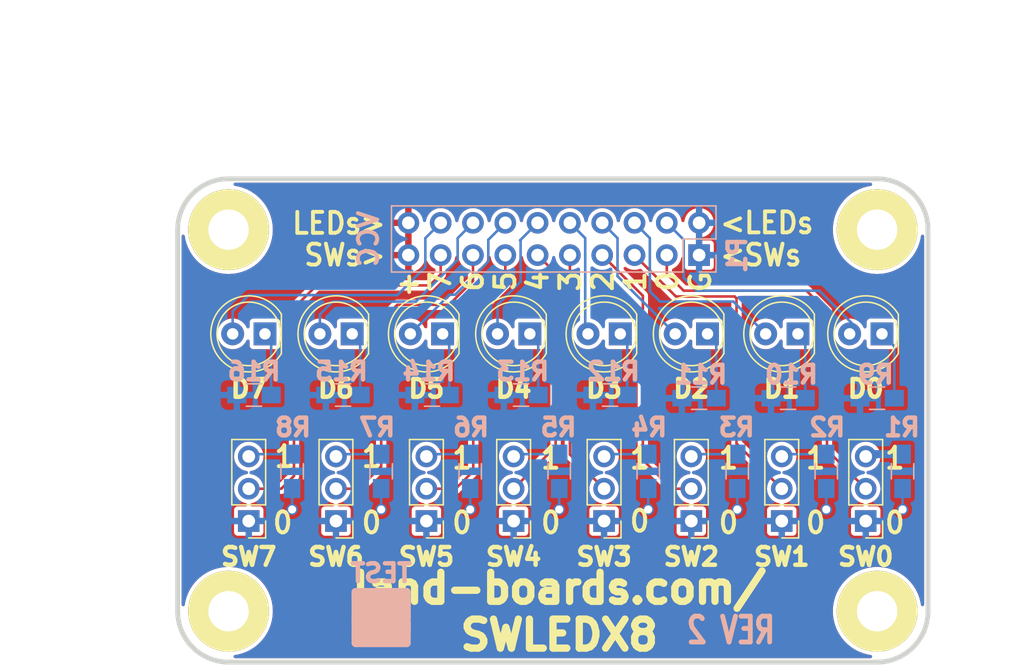
<source format=kicad_pcb>
(kicad_pcb (version 20211014) (generator pcbnew)
  (title_block (title "SWLEDX8") (date "2017-05-28") (rev "X1") (company "Land Boards, LLC"))
  (layers (0 "F.Cu" signal "Front") (31 "B.Cu" signal "Back") (36 "B.SilkS" user "B.Silkscreen") (37 "F.SilkS" user "F.Silkscreen") (38 "B.Mask" user) (39 "F.Mask" user) (44 "Edge.Cuts" user))
  (net 0 "")
  (net 1 "GND")
  (net 2 "VCC")
  (net 3 "Net-(R5-Pad1)")
  (net 4 "Net-(R6-Pad1)")
  (net 5 "Net-(R7-Pad1)")
  (net 6 "Net-(R8-Pad1)")
  (net 7 "Net-(D1-Pad1)")
  (net 8 "Net-(D2-Pad1)")
  (net 9 "Net-(D3-Pad1)")
  (net 10 "Net-(D4-Pad1)")
  (net 11 "Net-(D5-Pad1)")
  (net 12 "Net-(D6-Pad1)")
  (net 13 "Net-(D7-Pad1)")
  (net 14 "/L0")
  (net 15 "/L1")
  (net 16 "/L2")
  (net 17 "/L3")
  (net 18 "/L4")
  (net 19 "/L5")
  (net 20 "/L6")
  (net 21 "/L7")
  (net 22 "/S0")
  (net 23 "/S1")
  (net 24 "/S2")
  (net 25 "/S3")
  (net 26 "/S4")
  (net 27 "/S5")
  (net 28 "/S6")
  (net 29 "/S7")
  (net 30 "Net-(R1-Pad1)")
  (net 31 "Net-(R2-Pad1)")
  (net 32 "Net-(R3-Pad1)")
  (net 33 "Net-(R4-Pad1)")
  (net 34 "Net-(D0-Pad1)")
  (footprint "LED_THT:LED_D5.0mm" (layer "F.Cu") (at 55.377 12.192 180)
    (fp_text reference "D0" (at 1.275 -4.318 180) (layer "F.SilkS") (effects (font (size 1.397 1.397) (thickness 0.34925))))
    (fp_text value "LED-fixed")
    (fp_line (start -1.29 -1.545) (end -1.29 1.545) (layer "F.SilkS") (width 0.12))
    (fp_arc (start -1.29 -1.54483) (mid 2.072002 -2.880433) (end 4.26 0.000462) (layer "F.SilkS") (width 0.12))
    (fp_arc (start 4.26 -0.000462) (mid 2.072002 2.880433) (end -1.29 1.54483) (layer "F.SilkS") (width 0.12))
    (fp_circle (center 1.27 0) (end 3.77 0) (layer "F.SilkS") (width 0.12) (fill none))
    (pad "1" thru_hole rect (at 0 0 180) (size 1.8 1.8) (drill 0.9) (layers *.Cu *.Mask) (net 34 "Net-(D0-Pad1)"))
    (pad "2" thru_hole circle (at 2.54 0 180) (size 1.8 1.8) (drill 0.9) (layers *.Cu *.Mask) (net 14 "/L0"))
  )
  (footprint "LED_THT:LED_D5.0mm" (layer "F.Cu") (at 48.773 12.192 180)
    (fp_text reference "D1" (at 1.275 -4.318 180) (layer "F.SilkS") (effects (font (size 1.397 1.397) (thickness 0.34925))))
    (fp_text value "LED-fixed")
    (fp_line (start -1.29 -1.545) (end -1.29 1.545) (layer "F.SilkS") (width 0.12))
    (fp_arc (start 4.26 -0.000462) (mid 2.072002 2.880433) (end -1.29 1.54483) (layer "F.SilkS") (width 0.12))
    (fp_arc (start -1.29 -1.54483) (mid 2.072002 -2.880433) (end 4.26 0.000462) (layer "F.SilkS") (width 0.12))
    (fp_circle (center 1.27 0) (end 3.77 0) (layer "F.SilkS") (width 0.12) (fill none))
    (pad "1" thru_hole rect (at 0 0 180) (size 1.8 1.8) (drill 0.9) (layers *.Cu *.Mask) (net 7 "Net-(D1-Pad1)"))
    (pad "2" thru_hole circle (at 2.54 0 180) (size 1.8 1.8) (drill 0.9) (layers *.Cu *.Mask) (net 15 "/L1"))
  )
  (footprint "LED_THT:LED_D5.0mm" (layer "F.Cu") (at 41.661 12.192 180)
    (fp_text reference "D2" (at 1.275 -4.318 180) (layer "F.SilkS") (effects (font (size 1.397 1.397) (thickness 0.34925))))
    (fp_text value "LED-fixed")
    (fp_line (start -1.29 -1.545) (end -1.29 1.545) (layer "F.SilkS") (width 0.12))
    (fp_arc (start 4.26 -0.000462) (mid 2.072002 2.880433) (end -1.29 1.54483) (layer "F.SilkS") (width 0.12))
    (fp_arc (start -1.29 -1.54483) (mid 2.072002 -2.880433) (end 4.26 0.000462) (layer "F.SilkS") (width 0.12))
    (fp_circle (center 1.27 0) (end 3.77 0) (layer "F.SilkS") (width 0.12) (fill none))
    (pad "1" thru_hole rect (at 0 0 180) (size 1.8 1.8) (drill 0.9) (layers *.Cu *.Mask) (net 8 "Net-(D2-Pad1)"))
    (pad "2" thru_hole circle (at 2.54 0 180) (size 1.8 1.8) (drill 0.9) (layers *.Cu *.Mask) (net 16 "/L2"))
  )
  (footprint "LED_THT:LED_D5.0mm" (layer "F.Cu") (at 34.803 12.192 180)
    (fp_text reference "D3" (at 1.275 -4.318 180) (layer "F.SilkS") (effects (font (size 1.397 1.397) (thickness 0.34925))))
    (fp_text value "LED-fixed")
    (fp_line (start -1.29 -1.545) (end -1.29 1.545) (layer "F.SilkS") (width 0.12))
    (fp_arc (start -1.29 -1.54483) (mid 2.072002 -2.880433) (end 4.26 0.000462) (layer "F.SilkS") (width 0.12))
    (fp_arc (start 4.26 -0.000462) (mid 2.072002 2.880433) (end -1.29 1.54483) (layer "F.SilkS") (width 0.12))
    (fp_circle (center 1.27 0) (end 3.77 0) (layer "F.SilkS") (width 0.12) (fill none))
    (pad "1" thru_hole rect (at 0 0 180) (size 1.8 1.8) (drill 0.9) (layers *.Cu *.Mask) (net 9 "Net-(D3-Pad1)"))
    (pad "2" thru_hole circle (at 2.54 0 180) (size 1.8 1.8) (drill 0.9) (layers *.Cu *.Mask) (net 17 "/L3"))
  )
  (footprint "LED_THT:LED_D5.0mm" (layer "F.Cu") (at 27.691 12.192 180)
    (fp_text reference "D4" (at 1.275 -4.318 180) (layer "F.SilkS") (effects (font (size 1.397 1.397) (thickness 0.34925))))
    (fp_text value "LED-fixed")
    (fp_line (start -1.29 -1.545) (end -1.29 1.545) (layer "F.SilkS") (width 0.12))
    (fp_arc (start 4.26 -0.000462) (mid 2.072002 2.880433) (end -1.29 1.54483) (layer "F.SilkS") (width 0.12))
    (fp_arc (start -1.29 -1.54483) (mid 2.072002 -2.880433) (end 4.26 0.000462) (layer "F.SilkS") (width 0.12))
    (fp_circle (center 1.27 0) (end 3.77 0) (layer "F.SilkS") (width 0.12) (fill none))
    (pad "1" thru_hole rect (at 0 0 180) (size 1.8 1.8) (drill 0.9) (layers *.Cu *.Mask) (net 10 "Net-(D4-Pad1)"))
    (pad "2" thru_hole circle (at 2.54 0 180) (size 1.8 1.8) (drill 0.9) (layers *.Cu *.Mask) (net 18 "/L4"))
  )
  (footprint "LED_THT:LED_D5.0mm" (layer "F.Cu") (at 20.833 12.192 180)
    (fp_text reference "D5" (at 1.275 -4.318 180) (layer "F.SilkS") (effects (font (size 1.397 1.397) (thickness 0.34925))))
    (fp_text value "LED-fixed")
    (fp_line (start -1.29 -1.545) (end -1.29 1.545) (layer "F.SilkS") (width 0.12))
    (fp_arc (start 4.26 -0.000462) (mid 2.072002 2.880433) (end -1.29 1.54483) (layer "F.SilkS") (width 0.12))
    (fp_arc (start -1.29 -1.54483) (mid 2.072002 -2.880433) (end 4.26 0.000462) (layer "F.SilkS") (width 0.12))
    (fp_circle (center 1.27 0) (end 3.77 0) (layer "F.SilkS") (width 0.12) (fill none))
    (pad "1" thru_hole rect (at 0 0 180) (size 1.8 1.8) (drill 0.9) (layers *.Cu *.Mask) (net 11 "Net-(D5-Pad1)"))
    (pad "2" thru_hole circle (at 2.54 0 180) (size 1.8 1.8) (drill 0.9) (layers *.Cu *.Mask) (net 19 "/L5"))
  )
  (footprint "LED_THT:LED_D5.0mm" (layer "F.Cu") (at 13.721 12.192 180)
    (fp_text reference "D6" (at 1.275 -4.318 180) (layer "F.SilkS") (effects (font (size 1.397 1.397) (thickness 0.34925))))
    (fp_text value "LED-fixed")
    (fp_line (start -1.29 -1.545) (end -1.29 1.545) (layer "F.SilkS") (width 0.12))
    (fp_arc (start -1.29 -1.54483) (mid 2.072002 -2.880433) (end 4.26 0.000462) (layer "F.SilkS") (width 0.12))
    (fp_arc (start 4.26 -0.000462) (mid 2.072002 2.880433) (end -1.29 1.54483) (layer "F.SilkS") (width 0.12))
    (fp_circle (center 1.27 0) (end 3.77 0) (layer "F.SilkS") (width 0.12) (fill none))
    (pad "1" thru_hole rect (at 0 0 180) (size 1.8 1.8) (drill 0.9) (layers *.Cu *.Mask) (net 12 "Net-(D6-Pad1)"))
    (pad "2" thru_hole circle (at 2.54 0 180) (size 1.8 1.8) (drill 0.9) (layers *.Cu *.Mask) (net 20 "/L6"))
  )
  (footprint "LandBoards_MountHoles:MTG-4-40" (layer "F.Cu") (at 55 34)
    (fp_text reference "MTG?1" hide)
    (fp_text value "MTG_HOLE" hide)
    (pad "1" thru_hole circle locked (at 0 0) (size 6.35 6.35) (drill 3.175) (layers *.Cu *.Mask "F.SilkS"))
  )
  (footprint "LandBoards_MountHoles:MTG-4-40" (layer "F.Cu") (at 55 4)
    (fp_text reference "MTG1" hide)
    (fp_text value "MTG_HOLE" hide)
    (pad "1" thru_hole circle locked (at 0 0) (size 6.35 6.35) (drill 3.175) (layers *.Cu *.Mask "F.SilkS"))
  )
  (footprint "LandBoards_MountHoles:MTG-4-40" (layer "F.Cu") (at 4 4)
    (fp_text reference "MTG2" hide)
    (fp_text value "MTG_HOLE" hide)
    (pad "1" thru_hole circle locked (at 0 0) (size 6.35 6.35) (drill 3.175) (layers *.Cu *.Mask "F.SilkS"))
  )
  (footprint "LandBoards_MountHoles:MTG-4-40" (layer "F.Cu") (at 4 34)
    (fp_text reference "MTG3" hide)
    (fp_text value "MTG_HOLE" hide)
    (pad "1" thru_hole circle locked (at 0 0) (size 6.35 6.35) (drill 3.175) (layers *.Cu *.Mask "F.SilkS"))
  )
  (footprint "Connector_PinHeader_2.54mm:PinHeader_1x03_P2.54mm_Vertical" (layer "F.Cu") (at 54.102 26.909 180)
    (fp_text reference "SW0" (at 0 -2.809 180) (layer "F.SilkS") (effects (font (size 1.397 1.397) (thickness 0.34925))))
    (fp_text value "SS12D00")
    (fp_line (start -1.33 6.41) (end 1.33 6.41) (layer "F.SilkS") (width 0.12))
    (fp_line (start -1.33 1.27) (end 1.33 1.27) (layer "F.SilkS") (width 0.12))
    (fp_line (start -1.33 -1.33) (end 0 -1.33) (layer "F.SilkS") (width 0.12))
    (fp_line (start 1.33 1.27) (end 1.33 6.41) (layer "F.SilkS") (width 0.12))
    (fp_line (start -1.33 1.27) (end -1.33 6.41) (layer "F.SilkS") (width 0.12))
    (fp_line (start -1.33 0) (end -1.33 -1.33) (layer "F.SilkS") (width 0.12))
    (pad "1" thru_hole rect (at 0 0 180) (size 1.7 1.7) (drill 1) (layers *.Cu *.Mask) (net 1 "GND"))
    (pad "2" thru_hole oval (at 0 2.54 180) (size 1.7 1.7) (drill 1) (layers *.Cu *.Mask) (net 22 "/S0"))
    (pad "3" thru_hole oval (at 0 5.08 180) (size 1.7 1.7) (drill 1) (layers *.Cu *.Mask) (net 30 "Net-(R1-Pad1)"))
  )
  (footprint "Connector_PinHeader_2.54mm:PinHeader_1x03_P2.54mm_Vertical" (layer "F.Cu") (at 47.498 26.909 180)
    (fp_text reference "SW1" (at 0 -2.809 180) (layer "F.SilkS") (effects (font (size 1.397 1.397) (thickness 0.34925))))
    (fp_text value "SS12D00")
    (fp_line (start -1.33 1.27) (end -1.33 6.41) (layer "F.SilkS") (width 0.12))
    (fp_line (start -1.33 -1.33) (end 0 -1.33) (layer "F.SilkS") (width 0.12))
    (fp_line (start -1.33 1.27) (end 1.33 1.27) (layer "F.SilkS") (width 0.12))
    (fp_line (start -1.33 0) (end -1.33 -1.33) (layer "F.SilkS") (width 0.12))
    (fp_line (start -1.33 6.41) (end 1.33 6.41) (layer "F.SilkS") (width 0.12))
    (fp_line (start 1.33 1.27) (end 1.33 6.41) (layer "F.SilkS") (width 0.12))
    (pad "1" thru_hole rect (at 0 0 180) (size 1.7 1.7) (drill 1) (layers *.Cu *.Mask) (net 1 "GND"))
    (pad "2" thru_hole oval (at 0 2.54 180) (size 1.7 1.7) (drill 1) (layers *.Cu *.Mask) (net 23 "/S1"))
    (pad "3" thru_hole oval (at 0 5.08 180) (size 1.7 1.7) (drill 1) (layers *.Cu *.Mask) (net 31 "Net-(R2-Pad1)"))
  )
  (footprint "Connector_PinHeader_2.54mm:PinHeader_1x03_P2.54mm_Vertical" (layer "F.Cu") (at 40.386 26.909 180)
    (fp_text reference "SW2" (at 0 -2.809 180) (layer "F.SilkS") (effects (font (size 1.397 1.397) (thickness 0.34925))))
    (fp_text value "SS12D00")
    (fp_line (start -1.33 -1.33) (end 0 -1.33) (layer "F.SilkS") (width 0.12))
    (fp_line (start -1.33 1.27) (end 1.33 1.27) (layer "F.SilkS") (width 0.12))
    (fp_line (start 1.33 1.27) (end 1.33 6.41) (layer "F.SilkS") (width 0.12))
    (fp_line (start -1.33 6.41) (end 1.33 6.41) (layer "F.SilkS") (width 0.12))
    (fp_line (start -1.33 1.27) (end -1.33 6.41) (layer "F.SilkS") (width 0.12))
    (fp_line (start -1.33 0) (end -1.33 -1.33) (layer "F.SilkS") (width 0.12))
    (pad "1" thru_hole rect (at 0 0 180) (size 1.7 1.7) (drill 1) (layers *.Cu *.Mask) (net 1 "GND"))
    (pad "2" thru_hole oval (at 0 2.54 180) (size 1.7 1.7) (drill 1) (layers *.Cu *.Mask) (net 24 "/S2"))
    (pad "3" thru_hole oval (at 0 5.08 180) (size 1.7 1.7) (drill 1) (layers *.Cu *.Mask) (net 32 "Net-(R3-Pad1)"))
  )
  (footprint "Connector_PinHeader_2.54mm:PinHeader_1x03_P2.54mm_Vertical" (layer "F.Cu") (at 33.528 26.909 180)
    (fp_text reference "SW3" (at 0 -2.809 180) (layer "F.SilkS") (effects (font (size 1.397 1.397) (thickness 0.34925))))
    (fp_text value "SS12D00")
    (fp_line (start -1.33 1.27) (end -1.33 6.41) (layer "F.SilkS") (width 0.12))
    (fp_line (start 1.33 1.27) (end 1.33 6.41) (layer "F.SilkS") (width 0.12))
    (fp_line (start -1.33 -1.33) (end 0 -1.33) (layer "F.SilkS") (width 0.12))
    (fp_line (start -1.33 6.41) (end 1.33 6.41) (layer "F.SilkS") (width 0.12))
    (fp_line (start -1.33 0) (end -1.33 -1.33) (layer "F.SilkS") (width 0.12))
    (fp_line (start -1.33 1.27) (end 1.33 1.27) (layer "F.SilkS") (width 0.12))
    (pad "1" thru_hole rect (at 0 0 180) (size 1.7 1.7) (drill 1) (layers *.Cu *.Mask) (net 1 "GND"))
    (pad "2" thru_hole oval (at 0 2.54 180) (size 1.7 1.7) (drill 1) (layers *.Cu *.Mask) (net 25 "/S3"))
    (pad "3" thru_hole oval (at 0 5.08 180) (size 1.7 1.7) (drill 1) (layers *.Cu *.Mask) (net 33 "Net-(R4-Pad1)"))
  )
  (footprint "Connector_PinHeader_2.54mm:PinHeader_1x03_P2.54mm_Vertical" (layer "F.Cu") (at 26.416 26.909 180)
    (fp_text reference "SW4" (at 0 -2.809 180) (layer "F.SilkS") (effects (font (size 1.397 1.397) (thickness 0.34925))))
    (fp_text value "SS12D00")
    (fp_line (start -1.33 0) (end -1.33 -1.33) (layer "F.SilkS") (width 0.12))
    (fp_line (start -1.33 6.41) (end 1.33 6.41) (layer "F.SilkS") (width 0.12))
    (fp_line (start -1.33 -1.33) (end 0 -1.33) (layer "F.SilkS") (width 0.12))
    (fp_line (start -1.33 1.27) (end 1.33 1.27) (layer "F.SilkS") (width 0.12))
    (fp_line (start -1.33 1.27) (end -1.33 6.41) (layer "F.SilkS") (width 0.12))
    (fp_line (start 1.33 1.27) (end 1.33 6.41) (layer "F.SilkS") (width 0.12))
    (pad "1" thru_hole rect (at 0 0 180) (size 1.7 1.7) (drill 1) (layers *.Cu *.Mask) (net 1 "GND"))
    (pad "2" thru_hole oval (at 0 2.54 180) (size 1.7 1.7) (drill 1) (layers *.Cu *.Mask) (net 26 "/S4"))
    (pad "3" thru_hole oval (at 0 5.08 180) (size 1.7 1.7) (drill 1) (layers *.Cu *.Mask) (net 3 "Net-(R5-Pad1)"))
  )
  (footprint "Connector_PinHeader_2.54mm:PinHeader_1x03_P2.54mm_Vertical" (layer "F.Cu") (at 19.558 26.909 180)
    (fp_text reference "SW5" (at 0 -2.809 180) (layer "F.SilkS") (effects (font (size 1.397 1.397) (thickness 0.34925))))
    (fp_text value "SS12D00")
    (fp_line (start -1.33 -1.33) (end 0 -1.33) (layer "F.SilkS") (width 0.12))
    (fp_line (start -1.33 1.27) (end 1.33 1.27) (layer "F.SilkS") (width 0.12))
    (fp_line (start -1.33 6.41) (end 1.33 6.41) (layer "F.SilkS") (width 0.12))
    (fp_line (start -1.33 1.27) (end -1.33 6.41) (layer "F.SilkS") (width 0.12))
    (fp_line (start 1.33 1.27) (end 1.33 6.41) (layer "F.SilkS") (width 0.12))
    (fp_line (start -1.33 0) (end -1.33 -1.33) (layer "F.SilkS") (width 0.12))
    (pad "1" thru_hole rect (at 0 0 180) (size 1.7 1.7) (drill 1) (layers *.Cu *.Mask) (net 1 "GND"))
    (pad "2" thru_hole oval (at 0 2.54 180) (size 1.7 1.7) (drill 1) (layers *.Cu *.Mask) (net 27 "/S5"))
    (pad "3" thru_hole oval (at 0 5.08 180) (size 1.7 1.7) (drill 1) (layers *.Cu *.Mask) (net 4 "Net-(R6-Pad1)"))
  )
  (footprint "Connector_PinHeader_2.54mm:PinHeader_1x03_P2.54mm_Vertical" (layer "F.Cu") (at 12.446 26.909 180)
    (fp_text reference "SW6" (at 0 -2.809 180) (layer "F.SilkS") (effects (font (size 1.397 1.397) (thickness 0.34925))))
    (fp_text value "SS12D00")
    (fp_line (start -1.33 0) (end -1.33 -1.33) (layer "F.SilkS") (width 0.12))
    (fp_line (start -1.33 -1.33) (end 0 -1.33) (layer "F.SilkS") (width 0.12))
    (fp_line (start -1.33 1.27) (end 1.33 1.27) (layer "F.SilkS") (width 0.12))
    (fp_line (start 1.33 1.27) (end 1.33 6.41) (layer "F.SilkS") (width 0.12))
    (fp_line (start -1.33 6.41) (end 1.33 6.41) (layer "F.SilkS") (width 0.12))
    (fp_line (start -1.33 1.27) (end -1.33 6.41) (layer "F.SilkS") (width 0.12))
    (pad "1" thru_hole rect (at 0 0 180) (size 1.7 1.7) (drill 1) (layers *.Cu *.Mask) (net 1 "GND"))
    (pad "2" thru_hole oval (at 0 2.54 180) (size 1.7 1.7) (drill 1) (layers *.Cu *.Mask) (net 28 "/S6"))
    (pad "3" thru_hole oval (at 0 5.08 180) (size 1.7 1.7) (drill 1) (layers *.Cu *.Mask) (net 5 "Net-(R7-Pad1)"))
  )
  (footprint "Connector_PinHeader_2.54mm:PinHeader_1x03_P2.54mm_Vertical" (layer "F.Cu") (at 5.588 26.909 180)
    (fp_text reference "SW7" (at 0 -2.809) (layer "F.SilkS") (effects (font (size 1.397 1.397) (thickness 0.34925))))
    (fp_text value "SS12D00")
    (fp_line (start -1.33 0) (end -1.33 -1.33) (layer "F.SilkS") (width 0.12))
    (fp_line (start -1.33 1.27) (end -1.33 6.41) (layer "F.SilkS") (width 0.12))
    (fp_line (start -1.33 1.27) (end 1.33 1.27) (layer "F.SilkS") (width 0.12))
    (fp_line (start -1.33 6.41) (end 1.33 6.41) (layer "F.SilkS") (width 0.12))
    (fp_line (start -1.33 -1.33) (end 0 -1.33) (layer "F.SilkS") (width 0.12))
    (fp_line (start 1.33 1.27) (end 1.33 6.41) (layer "F.SilkS") (width 0.12))
    (pad "1" thru_hole rect (at 0 0 180) (size 1.7 1.7) (drill 1) (layers *.Cu *.Mask) (net 1 "GND"))
    (pad "2" thru_hole oval (at 0 2.54 180) (size 1.7 1.7) (drill 1) (layers *.Cu *.Mask) (net 29 "/S7"))
    (pad "3" thru_hole oval (at 0 5.08 180) (size 1.7 1.7) (drill 1) (layers *.Cu *.Mask) (net 6 "Net-(R8-Pad1)"))
  )
  (footprint "LandBoards_Marking:TEST_BLK-REAR" (layer "F.Cu") (at 16 34.5)
    (fp_text reference "TEST" (at 0 -3.5) (layer "B.SilkS") (effects (font (size 1.397 1.397) (thickness 0.34925)) (justify mirror)))
    (fp_text value "COUPON" hide)
    (fp_line (start 2 0) (end -2 0) (layer "B.SilkS") (width 0.65))
    (fp_line (start -2 -1) (end -2 -0.5) (layer "B.SilkS") (width 0.65))
    (fp_line (start 2 -1.5) (end 2 -1) (layer "B.SilkS") (width 0.65))
    (fp_line (start 2 -2) (end 2 2) (layer "B.SilkS") (width 0.65))
    (fp_line (start -2 1) (end -2 1.5) (layer "B.SilkS") (width 0.65))
    (fp_line (start 2 -1) (end -2 -1) (layer "B.SilkS") (width 0.65))
    (fp_line (start -2 0) (end -2 0.5) (layer "B.SilkS") (width 0.65))
    (fp_line (start 2 1) (end -2 1) (layer "B.SilkS") (width 0.65))
    (fp_line (start -2 -0.5) (end 2 -0.5) (layer "B.SilkS") (width 0.65))
    (fp_line (start -2 -2) (end -2 -1.5) (layer "B.SilkS") (width 0.65))
    (fp_line (start -2 0.5) (end 1.5 0.5) (layer "B.SilkS") (width 0.65))
    (fp_line (start -2 2) (end -2 -2) (layer "B.SilkS") (width 0.65))
    (fp_line (start 1.5 0.5) (end 2 0.5) (layer "B.SilkS") (width 0.65))
    (fp_line (start -2 -1.5) (end 2 -1.5) (layer "B.SilkS") (width 0.65))
    (fp_line (start 2 0.5) (end 2 1) (layer "B.SilkS") (width 0.65))
    (fp_line (start 2 -0.5) (end 2 0) (layer "B.SilkS") (width 0.65))
    (fp_line (start 2 2) (end -2 2) (layer "B.SilkS") (width 0.65))
    (fp_line (start -2 -2) (end 2 -2) (layer "B.SilkS") (width 0.65))
    (fp_line (start -2 1.5) (end 2 1.5) (layer "B.SilkS") (width 0.65))
  )
  (footprint "LED_THT:LED_D5.0mm" (layer "F.Cu") (at 6.863 12.192 180)
    (fp_text reference "D7" (at 1.275 -4.318) (layer "F.SilkS") (effects (font (size 1.397 1.397) (thickness 0.34925))))
    (fp_text value "LED-fixed")
    (fp_line (start -1.29 -1.545) (end -1.29 1.545) (layer "F.SilkS") (width 0.12))
    (fp_arc (start 4.26 -0.000462) (mid 2.072002 2.880433) (end -1.29 1.54483) (layer "F.SilkS") (width 0.12))
    (fp_arc (start -1.29 -1.54483) (mid 2.072002 -2.880433) (end 4.26 0.000462) (layer "F.SilkS") (width 0.12))
    (fp_circle (center 1.27 0) (end 3.77 0) (layer "F.SilkS") (width 0.12) (fill none))
    (pad "1" thru_hole rect (at 0 0 180) (size 1.8 1.8) (drill 0.9) (layers *.Cu *.Mask) (net 13 "Net-(D7-Pad1)"))
    (pad "2" thru_hole circle (at 2.54 0 180) (size 1.8 1.8) (drill 0.9) (layers *.Cu *.Mask) (net 21 "/L7"))
  )
  (footprint "Resistors_SMD:R_0805_HandSoldering" (layer "B.Cu") (at 57 23 -90)
    (fp_text reference "R1" (at -3.456 0.054) (layer "B.SilkS") (effects (font (size 1.397 1.397) (thickness 0.34925)) (justify mirror)))
    (fp_text value "R" hide)
    (fp_line (start -0.6 0.88) (end 0.6 0.88) (layer "B.SilkS") (width 0.12))
    (fp_line (start 0.6 -0.88) (end -0.6 -0.88) (layer "B.SilkS") (width 0.12))
    (pad "1" smd rect locked (at -1.35 0 270) (size 1.5 1.3) (layers "B.Cu" "B.Mask") (net 30 "Net-(R1-Pad1)"))
    (pad "2" smd rect locked (at 1.35 0 270) (size 1.5 1.3) (layers "B.Cu" "B.Mask") (net 2 "VCC"))
  )
  (footprint "Resistors_SMD:R_0805_HandSoldering" (layer "B.Cu") (at 51 23 -90)
    (fp_text reference "R2" (at -3.456 -0.072) (layer "B.SilkS") (effects (font (size 1.397 1.397) (thickness 0.34925)) (justify mirror)))
    (fp_text value "R" hide)
    (fp_line (start 0.6 -0.88) (end -0.6 -0.88) (layer "B.SilkS") (width 0.12))
    (fp_line (start -0.6 0.88) (end 0.6 0.88) (layer "B.SilkS") (width 0.12))
    (pad "1" smd rect locked (at -1.35 0 270) (size 1.5 1.3) (layers "B.Cu" "B.Mask") (net 31 "Net-(R2-Pad1)"))
    (pad "2" smd rect locked (at 1.35 0 270) (size 1.5 1.3) (layers "B.Cu" "B.Mask") (net 2 "VCC"))
  )
  (footprint "Resistors_SMD:R_0805_HandSoldering" (layer "B.Cu") (at 44 23 -90)
    (fp_text reference "R3" (at -3.456 0.056) (layer "B.SilkS") (effects (font (size 1.397 1.397) (thickness 0.34925)) (justify mirror)))
    (fp_text value "R" hide)
    (fp_line (start -0.6 0.88) (end 0.6 0.88) (layer "B.SilkS") (width 0.12))
    (fp_line (start 0.6 -0.88) (end -0.6 -0.88) (layer "B.SilkS") (width 0.12))
    (pad "1" smd rect locked (at -1.35 0 270) (size 1.5 1.3) (layers "B.Cu" "B.Mask") (net 32 "Net-(R3-Pad1)"))
    (pad "2" smd rect locked (at 1.35 0 270) (size 1.5 1.3) (layers "B.Cu" "B.Mask") (net 2 "VCC"))
  )
  (footprint "Resistors_SMD:R_0805_HandSoldering" (layer "B.Cu") (at 37 23 -90)
    (fp_text reference "R4" (at -3.456 -0.07) (layer "B.SilkS") (effects (font (size 1.397 1.397) (thickness 0.34925)) (justify mirror)))
    (fp_text value "R" hide)
    (fp_line (start 0.6 -0.88) (end -0.6 -0.88) (layer "B.SilkS") (width 0.12))
    (fp_line (start -0.6 0.88) (end 0.6 0.88) (layer "B.SilkS") (width 0.12))
    (pad "1" smd rect locked (at -1.35 0 270) (size 1.5 1.3) (layers "B.Cu" "B.Mask") (net 33 "Net-(R4-Pad1)"))
    (pad "2" smd rect locked (at 1.35 0 270) (size 1.5 1.3) (layers "B.Cu" "B.Mask") (net 2 "VCC"))
  )
  (footprint "Resistors_SMD:R_0805_HandSoldering" (layer "B.Cu") (at 30 23 -90)
    (fp_text reference "R5" (at -3.456 0.058) (layer "B.SilkS") (effects (font (size 1.397 1.397) (thickness 0.34925)) (justify mirror)))
    (fp_text value "R" hide)
    (fp_line (start -0.6 0.88) (end 0.6 0.88) (layer "B.SilkS") (width 0.12))
    (fp_line (start 0.6 -0.88) (end -0.6 -0.88) (layer "B.SilkS") (width 0.12))
    (pad "1" smd rect locked (at -1.35 0 270) (size 1.5 1.3) (layers "B.Cu" "B.Mask") (net 3 "Net-(R5-Pad1)"))
    (pad "2" smd rect locked (at 1.35 0 270) (size 1.5 1.3) (layers "B.Cu" "B.Mask") (net 2 "VCC"))
  )
  (footprint "Resistors_SMD:R_0805_HandSoldering" (layer "B.Cu") (at 23 23 -90)
    (fp_text reference "R6" (at -3.456 -0.068) (layer "B.SilkS") (effects (font (size 1.397 1.397) (thickness 0.34925)) (justify mirror)))
    (fp_text value "R" hide)
    (fp_line (start 0.6 -0.88) (end -0.6 -0.88) (layer "B.SilkS") (width 0.12))
    (fp_line (start -0.6 0.88) (end 0.6 0.88) (layer "B.SilkS") (width 0.12))
    (pad "1" smd rect locked (at -1.35 0 270) (size 1.5 1.3) (layers "B.Cu" "B.Mask") (net 4 "Net-(R6-Pad1)"))
    (pad "2" smd rect locked (at 1.35 0 270) (size 1.5 1.3) (layers "B.Cu" "B.Mask") (net 2 "VCC"))
  )
  (footprint "Resistors_SMD:R_0805_HandSoldering" (layer "B.Cu") (at 16 23 -90)
    (fp_text reference "R7" (at -3.456 0.314) (layer "B.SilkS") (effects (font (size 1.397 1.397) (thickness 0.34925)) (justify mirror)))
    (fp_text value "R" hide)
    (fp_line (start -0.6 0.88) (end 0.6 0.88) (layer "B.SilkS") (width 0.12))
    (fp_line (start 0.6 -0.88) (end -0.6 -0.88) (layer "B.SilkS") (width 0.12))
    (pad "1" smd rect locked (at -1.35 0 270) (size 1.5 1.3) (layers "B.Cu" "B.Mask") (net 5 "Net-(R7-Pad1)"))
    (pad "2" smd rect locked (at 1.35 0 270) (size 1.5 1.3) (layers "B.Cu" "B.Mask") (net 2 "VCC"))
  )
  (footprint "Resistors_SMD:R_0805_HandSoldering" (layer "B.Cu") (at 9 23 -90)
    (fp_text reference "R8" (at -3.456 -0.066) (layer "B.SilkS") (effects (font (size 1.397 1.397) (thickness 0.34925)) (justify mirror)))
    (fp_text value "R" hide)
    (fp_line (start 0.6 -0.88) (end -0.6 -0.88) (layer "B.SilkS") (width 0.12))
    (fp_line (start -0.6 0.88) (end 0.6 0.88) (layer "B.SilkS") (width 0.12))
    (pad "1" smd rect locked (at -1.35 0 270) (size 1.5 1.3) (layers "B.Cu" "B.Mask") (net 6 "Net-(R8-Pad1)"))
    (pad "2" smd rect locked (at 1.35 0 270) (size 1.5 1.3) (layers "B.Cu" "B.Mask") (net 2 "VCC"))
  )
  (footprint "Resistors_SMD:R_0805_HandSoldering" (layer "B.Cu") (at 55 17.25)
    (fp_text reference "R9" (at -0.118 -1.854) (layer "B.SilkS") (effects (font (size 1.397 1.397) (thickness 0.34925)) (justify mirror)))
    (fp_text value "R" hide)
    (fp_line (start 0.6 -0.88) (end -0.6 -0.88) (layer "B.SilkS") (width 0.12))
    (fp_line (start -0.6 0.88) (end 0.6 0.88) (layer "B.SilkS") (width 0.12))
    (pad "1" smd rect locked (at -1.35 0) (size 1.5 1.3) (layers "B.Cu" "B.Mask") (net 1 "GND"))
    (pad "2" smd rect locked (at 1.35 0) (size 1.5 1.3) (layers "B.Cu" "B.Mask") (net 34 "Net-(D0-Pad1)"))
  )
  (footprint "Resistors_SMD:R_0805_HandSoldering" (layer "B.Cu") (at 48 17.25)
    (fp_text reference "R10" (at 0.262 -1.854) (layer "B.SilkS") (effects (font (size 1.397 1.397) (thickness 0.34925)) (justify mirror)))
    (fp_text value "R" hide)
    (fp_line (start 0.6 -0.88) (end -0.6 -0.88) (layer "B.SilkS") (width 0.12))
    (fp_line (start -0.6 0.88) (end 0.6 0.88) (layer "B.SilkS") (width 0.12))
    (pad "1" smd rect locked (at -1.35 0) (size 1.5 1.3) (layers "B.Cu" "B.Mask") (net 1 "GND"))
    (pad "2" smd rect locked (at 1.35 0) (size 1.5 1.3) (layers "B.Cu" "B.Mask") (net 7 "Net-(D1-Pad1)"))
  )
  (footprint "Resistors_SMD:R_0805_HandSoldering" (layer "B.Cu") (at 41 17.25)
    (fp_text reference "R11" (at 0.134 -1.854) (layer "B.SilkS") (effects (font (size 1.397 1.397) (thickness 0.34925)) (justify mirror)))
    (fp_text value "R" hide)
    (fp_line (start -0.6 0.88) (end 0.6 0.88) (layer "B.SilkS") (width 0.12))
    (fp_line (start 0.6 -0.88) (end -0.6 -0.88) (layer "B.SilkS") (width 0.12))
    (pad "1" smd rect locked (at -1.35 0) (size 1.5 1.3) (layers "B.Cu" "B.Mask") (net 1 "GND"))
    (pad "2" smd rect locked (at 1.35 0) (size 1.5 1.3) (layers "B.Cu" "B.Mask") (net 8 "Net-(D2-Pad1)"))
  )
  (footprint "Resistors_SMD:R_0805_HandSoldering" (layer "B.Cu") (at 34 17)
    (fp_text reference "R12" (at 0.26 -1.854) (layer "B.SilkS") (effects (font (size 1.397 1.397) (thickness 0.34925)) (justify mirror)))
    (fp_text value "R" hide)
    (fp_line (start -0.6 0.88) (end 0.6 0.88) (layer "B.SilkS") (width 0.12))
    (fp_line (start 0.6 -0.88) (end -0.6 -0.88) (layer "B.SilkS") (width 0.12))
    (pad "1" smd rect locked (at -1.35 0) (size 1.5 1.3) (layers "B.Cu" "B.Mask") (net 1 "GND"))
    (pad "2" smd rect locked (at 1.35 0) (size 1.5 1.3) (layers "B.Cu" "B.Mask") (net 9 "Net-(D3-Pad1)"))
  )
  (footprint "Resistors_SMD:R_0805_HandSoldering" (layer "B.Cu") (at 27 17)
    (fp_text reference "R13" (at 0.132 -1.854) (layer "B.SilkS") (effects (font (size 1.397 1.397) (thickness 0.34925)) (justify mirror)))
    (fp_text value "R" hide)
    (fp_line (start -0.6 0.88) (end 0.6 0.88) (layer "B.SilkS") (width 0.12))
    (fp_line (start 0.6 -0.88) (end -0.6 -0.88) (layer "B.SilkS") (width 0.12))
    (pad "1" smd rect locked (at -1.35 0) (size 1.5 1.3) (layers "B.Cu" "B.Mask") (net 1 "GND"))
    (pad "2" smd rect locked (at 1.35 0) (size 1.5 1.3) (layers "B.Cu" "B.Mask") (net 10 "Net-(D4-Pad1)"))
  )
  (footprint "Resistors_SMD:R_0805_HandSoldering" (layer "B.Cu") (at 20 17)
    (fp_text reference "R14" (at -0.25 -1.854) (layer "B.SilkS") (effects (font (size 1.397 1.397) (thickness 0.34925)) (justify mirror)))
    (fp_text value "R" hide)
    (fp_line (start -0.6 0.88) (end 0.6 0.88) (layer "B.SilkS") (width 0.12))
    (fp_line (start 0.6 -0.88) (end -0.6 -0.88) (layer "B.SilkS") (width 0.12))
    (pad "1" smd rect locked (at -1.35 0) (size 1.5 1.3) (layers "B.Cu" "B.Mask") (net 1 "GND"))
    (pad "2" smd rect locked (at 1.35 0) (size 1.5 1.3) (layers "B.Cu" "B.Mask") (net 11 "Net-(D5-Pad1)"))
  )
  (footprint "Resistors_SMD:R_0805_HandSoldering" (layer "B.Cu") (at 13 17)
    (fp_text reference "R15" (at -0.124 -1.854) (layer "B.SilkS") (effects (font (size 1.397 1.397) (thickness 0.34925)) (justify mirror)))
    (fp_text value "R" hide)
    (fp_line (start -0.6 0.88) (end 0.6 0.88) (layer "B.SilkS") (width 0.12))
    (fp_line (start 0.6 -0.88) (end -0.6 -0.88) (layer "B.SilkS") (width 0.12))
    (pad "1" smd rect locked (at -1.35 0) (size 1.5 1.3) (layers "B.Cu" "B.Mask") (net 1 "GND"))
    (pad "2" smd rect locked (at 1.35 0) (size 1.5 1.3) (layers "B.Cu" "B.Mask") (net 12 "Net-(D6-Pad1)"))
  )
  (footprint "Resistors_SMD:R_0805_HandSoldering" (layer "B.Cu") (at 6 17)
    (fp_text reference "R16" (at 0.002 -1.854) (layer "B.SilkS") (effects (font (size 1.397 1.397) (thickness 0.34925)) (justify mirror)))
    (fp_text value "R" hide)
    (fp_line (start 0.6 -0.88) (end -0.6 -0.88) (layer "B.SilkS") (width 0.12))
    (fp_line (start -0.6 0.88) (end 0.6 0.88) (layer "B.SilkS") (width 0.12))
    (pad "1" smd rect locked (at -1.35 0) (size 1.5 1.3) (layers "B.Cu" "B.Mask") (net 1 "GND"))
    (pad "2" smd rect locked (at 1.35 0) (size 1.5 1.3) (layers "B.Cu" "B.Mask") (net 13 "Net-(D7-Pad1)"))
  )
  (footprint "Connector_PinHeader_2.54mm:PinHeader_2x10_P2.54mm_Vertical" (layer "B.Cu") (at 41 6 90)
    (fp_text reference "P1" (at 0 3 270) (layer "B.SilkS") (effects (font (size 1.397 1.397) (thickness 0.34925)) (justify mirror)))
    (fp_text value "CONN_02X10")
    (fp_line (start -1.33 1.33) (end 0 1.33) (layer "B.SilkS") (width 0.12))
    (fp_line (start -1.33 -1.27) (end 1.27 -1.27) (layer "B.SilkS") (width 0.12))
    (fp_line (start 1.27 1.33) (end 3.87 1.33) (layer "B.SilkS") (width 0.12))
    (fp_line (start -1.33 -24.19) (end 3.87 -24.19) (layer "B.SilkS") (width 0.12))
    (fp_line (start -1.33 -1.27) (end -1.33 -24.19) (layer "B.SilkS") (width 0.12))
    (fp_line (start 1.27 -1.27) (end 1.27 1.33) (layer "B.SilkS") (width 0.12))
    (fp_line (start -1.33 0) (end -1.33 1.33) (layer "B.SilkS") (width 0.12))
    (fp_line (start 3.87 1.33) (end 3.87 -24.19) (layer "B.SilkS") (width 0.12))
    (pad "1" thru_hole rect locked (at 0 0 90) (size 1.7 1.7) (drill 1) (layers *.Cu *.Mask) (net 1 "GND"))
    (pad "2" thru_hole oval locked (at 2.54 0 90) (size 1.7 1.7) (drill 1) (layers *.Cu *.Mask) (net 1 "GND"))
    (pad "3" thru_hole oval locked (at 0 -2.54 90) (size 1.7 1.7) (drill 1) (layers *.Cu *.Mask) (net 22 "/S0"))
    (pad "4" thru_hole oval locked (at 2.54 -2.54 90) (size 1.7 1.7) (drill 1) (layers *.Cu *.Mask) (net 14 "/L0"))
    (pad "5" thru_hole oval locked (at 0 -5.08 90) (size 1.7 1.7) (drill 1) (layers *.Cu *.Mask) (net 23 "/S1"))
    (pad "6" thru_hole oval locked (at 2.54 -5.08 90) (size 1.7 1.7) (drill 1) (layers *.Cu *.Mask) (net 15 "/L1"))
    (pad "7" thru_hole oval locked (at 0 -7.62 90) (size 1.7 1.7) (drill 1) (layers *.Cu *.Mask) (net 24 "/S2"))
    (pad "8" thru_hole oval locked (at 2.54 -7.62 90) (size 1.7 1.7) (drill 1) (layers *.Cu *.Mask) (net 16 "/L2"))
    (pad "9" thru_hole oval locked (at 0 -10.16 90) (size 1.7 1.7) (drill 1) (layers *.Cu *.Mask) (net 25 "/S3"))
    (pad "10" thru_hole oval locked (at 2.54 -10.16 90) (size 1.7 1.7) (drill 1) (layers *.Cu *.Mask) (net 17 "/L3"))
    (pad "11" thru_hole oval locked (at 0 -12.7 90) (size 1.7 1.7) (drill 1) (layers *.Cu *.Mask) (net 26 "/S4"))
    (pad "12" thru_hole oval locked (at 2.54 -12.7 90) (size 1.7 1.7) (drill 1) (layers *.Cu *.Mask) (net 18 "/L4"))
    (pad "13" thru_hole oval locked (at 0 -15.24 90) (size 1.7 1.7) (drill 1) (layers *.Cu *.Mask) (net 27 "/S5"))
    (pad "14" thru_hole oval locked (at 2.54 -15.24 90) (size 1.7 1.7) (drill 1) (layers *.Cu *.Mask) (net 19 "/L5"))
    (pad "15" thru_hole oval locked (at 0 -17.78 90) (size 1.7 1.7) (drill 1) (layers *.Cu *.Mask) (net 28 "/S6"))
    (pad "16" thru_hole oval locked (at 2.54 -17.78 90) (size 1.7 1.7) (drill 1) (layers *.Cu *.Mask) (net 20 "/L6"))
    (pad "17" thru_hole oval locked (at 0 -20.32 90) (size 1.7 1.7) (drill 1) (layers *.Cu *.Mask) (net 29 "/S7"))
    (pad "18" thru_hole oval locked (at 2.54 -20.32 90) (size 1.7 1.7) (drill 1) (layers *.Cu *.Mask) (net 21 "/L7"))
    (pad "19" thru_hole oval locked (at 0 -22.86 90) (size 1.7 1.7) (drill 1) (layers *.Cu *.Mask) (net 2 "VCC"))
    (pad "20" thru_hole oval locked (at 2.54 -22.86 90) (size 1.7 1.7) (drill 1) (layers *.Cu *.Mask) (net 2 "VCC"))
  )
  (gr_line (start 59 4) (end 59 34) (layer "Edge.Cuts") (width 0.381))
  (gr_arc (start 55 0) (mid 57.828427 1.171573) (end 59 4) (layer "Edge.Cuts") (width 0.381))
  (gr_line (start 55 0) (end 4 0) (layer "Edge.Cuts") (width 0.381))
  (gr_line (start 55 38) (end 4 38) (layer "Edge.Cuts") (width 0.381))
  (gr_line (start 0 4) (end 0 34) (layer "Edge.Cuts") (width 0.381))
  (gr_arc (start 0 4) (mid 1.171573 1.171573) (end 4 0) (layer "Edge.Cuts") (width 0.381))
  (gr_arc (start 59 34) (mid 57.828427 36.828427) (end 55 38) (layer "Edge.Cuts") (width 0.381))
  (gr_arc (start 4 38) (mid 1.171573 36.828427) (end 0 34) (layer "Edge.Cuts") (width 0.381))
  (gr_text "VCC" (at 15 4.732 90) (layer "B.SilkS") (effects (font (size 1.524 1.524) (thickness 0.3048)) (justify mirror)))
  (gr_text "REV 2" (at 43.5 35.5) (layer "B.SilkS") (effects (font (size 2.032 1.524) (thickness 0.381)) (justify mirror)))
  (gr_text "0" (at 56.388 27.051) (layer "F.SilkS") (effects (font (size 1.651 1.524) (thickness 0.3048))))
  (gr_text "1" (at 8.382 21.844) (layer "F.SilkS") (effects (font (size 1.651 1.524) (thickness 0.3048))))
  (gr_text "0" (at 22.352 27.051) (layer "F.SilkS") (effects (font (size 1.651 1.524) (thickness 0.3048))))
  (gr_text "1" (at 36.322 21.971) (layer "F.SilkS") (effects (font (size 1.651 1.524) (thickness 0.3048))))
  (gr_text "1" (at 29.337 21.971) (layer "F.SilkS") (effects (font (size 1.651 1.524) (thickness 0.3048))))
  (gr_text "LEDs>" (at 16.5 3.5) (layer "F.SilkS") (effects (font (size 1.651 1.524) (thickness 0.3048)) (justify right)))
  (gr_text "0" (at 15.24 27.051) (layer "F.SilkS") (effects (font (size 1.651 1.524) (thickness 0.3048))))
  (gr_text "<LEDs" (at 42.5 3.462) (layer "F.SilkS") (effects (font (size 1.651 1.524) (thickness 0.3048)) (justify left)))
  (gr_text "1" (at 50.165 21.971) (layer "F.SilkS") (effects (font (size 1.651 1.524) (thickness 0.3048))))
  (gr_text "1" (at 43.307 21.971) (layer "F.SilkS") (effects (font (size 1.651 1.524) (thickness 0.3048))))
  (gr_text "1" (at 15.24 21.844) (layer "F.SilkS") (effects (font (size 1.651 1.524) (thickness 0.3048))))
  (gr_text "land-boards.com/\nSWLEDX8" (at 30 34.036) (layer "F.SilkS") (effects (font (size 2.286 2.286) (thickness 0.5715))))
  (gr_text "<SWs" (at 42.5 6.002) (layer "F.SilkS") (effects (font (size 1.651 1.524) (thickness 0.3048)) (justify left)))
  (gr_text "SWs>" (at 16.5 6) (layer "F.SilkS") (effects (font (size 1.651 1.524) (thickness 0.3048)) (justify right)))
  (gr_text "0" (at 8.255 27.051) (layer "F.SilkS") (effects (font (size 1.651 1.524) (thickness 0.3048))))
  (gr_text "1" (at 56.388 21.971) (layer "F.SilkS") (effects (font (size 1.651 1.524) (thickness 0.3048))))
  (gr_text "+\n7\n6\n5\n4\n3\n2\n1\n0\nG" (at 29.591 7.112 90) (layer "F.SilkS") (effects (font (size 1.5875 1.5875) (thickness 0.3048)) (justify right)))
  (gr_text "1" (at 22.352 21.971) (layer "F.SilkS") (effects (font (size 1.651 1.524) (thickness 0.3048))))
  (gr_text "0" (at 36.322 26.924) (layer "F.SilkS") (effects (font (size 1.651 1.524) (thickness 0.3048))))
  (gr_text "0" (at 29.337 27.051) (layer "F.SilkS") (effects (font (size 1.651 1.524) (thickness 0.3048))))
  (gr_text "0" (at 43.307 27.051) (layer "F.SilkS") (effects (font (size 1.651 1.524) (thickness 0.3048))))
  (gr_text "0" (at 50.165 27.051) (layer "F.SilkS") (effects (font (size 1.651 1.524) (thickness 0.3048))))
  (via (at 9 26) (size 0.889) (drill 0.635) (layers "F.Cu" "B.Cu") (net 2))
  (via (at 23 26) (size 0.889) (drill 0.635) (layers "F.Cu" "B.Cu") (net 2))
  (via (at 44 26) (size 0.889) (drill 0.635) (layers "F.Cu" "B.Cu") (net 2))
  (via (at 57 26) (size 0.889) (drill 0.635) (layers "F.Cu" "B.Cu") (net 2))
  (via (at 16 26) (size 0.889) (drill 0.635) (layers "F.Cu" "B.Cu") (net 2))
  (via (at 51 26) (size 0.889) (drill 0.635) (layers "F.Cu" "B.Cu") (net 2))
  (via (at 37 26) (size 0.889) (drill 0.635) (layers "F.Cu" "B.Cu") (net 2))
  (via (at 30 26) (size 0.889) (drill 0.635) (layers "F.Cu" "B.Cu") (net 2))
  (segment (start 30 24.35) (end 30 26) (width 0.2032) (layer "B.Cu") (net 2))
  (segment (start 44 24.35) (end 44 26) (width 0.2032) (layer "B.Cu") (net 2))
  (segment (start 37 24.35) (end 37 26) (width 0.2032) (layer "B.Cu") (net 2))
  (segment (start 16 24.35) (end 16 26) (width 0.2032) (layer "B.Cu") (net 2))
  (segment (start 51 24.35) (end 51 26) (width 0.2032) (layer "B.Cu") (net 2))
  (segment (start 9 24.35) (end 9 26) (width 0.2032) (layer "B.Cu") (net 2))
  (segment (start 57 24.35) (end 57 26) (width 0.2032) (layer "B.Cu") (net 2))
  (segment (start 23 24.35) (end 23 26) (width 0.2032) (layer "B.Cu") (net 2))
  (segment (start 30 21.65) (end 26.595 21.65) (width 0.2032) (layer "B.Cu") (net 3))
  (segment (start 26.595 21.65) (end 26.416 21.829) (width 0.2032) (layer "B.Cu") (net 3))
  (segment (start 19.737 21.65) (end 19.558 21.829) (width 0.2032) (layer "B.Cu") (net 4))
  (segment (start 23 21.65) (end 19.737 21.65) (width 0.2032) (layer "B.Cu") (net 4))
  (segment (start 16 21.65) (end 12.625 21.65) (width 0.2032) (layer "B.Cu") (net 5))
  (segment (start 12.625 21.65) (end 12.446 21.829) (width 0.2032) (layer "B.Cu") (net 5))
  (segment (start 9 21.65) (end 5.767 21.65) (width 0.2032) (layer "B.Cu") (net 6))
  (segment (start 5.767 21.65) (end 5.588 21.829) (width 0.2032) (layer "B.Cu") (net 6))
  (segment (start 49.35 12.769) (end 48.773 12.192) (width 0.2032) (layer "B.Cu") (net 7))
  (segment (start 49.35 17.25) (end 49.35 12.769) (width 0.2032) (layer "B.Cu") (net 7))
  (segment (start 42.35 12.881) (end 41.661 12.192) (width 0.2032) (layer "B.Cu") (net 8))
  (segment (start 42.35 17.25) (end 42.35 12.881) (width 0.2032) (layer "B.Cu") (net 8))
  (segment (start 35.35 12.739) (end 34.803 12.192) (width 0.2032) (layer "B.Cu") (net 9))
  (segment (start 35.35 17) (end 35.35 12.739) (width 0.2032) (layer "B.Cu") (net 9))
  (segment (start 28.35 12.851) (end 27.691 12.192) (width 0.2032) (layer "B.Cu") (net 10))
  (segment (start 28.35 17) (end 28.35 12.851) (width 0.2032) (layer "B.Cu") (net 10))
  (segment (start 21.35 17) (end 21.35 12.709) (width 0.2032) (layer "B.Cu") (net 11))
  (segment (start 21.35 12.709) (end 20.833 12.192) (width 0.2032) (layer "B.Cu") (net 11))
  (segment (start 14.35 17) (end 14.35 12.821) (width 0.2032) (layer "B.Cu") (net 12))
  (segment (start 14.35 12.821) (end 13.721 12.192) (width 0.2032) (layer "B.Cu") (net 12))
  (segment (start 7.35 17) (end 7.35 12.679) (width 0.2032) (layer "B.Cu") (net 13))
  (segment (start 7.35 12.679) (end 6.863 12.192) (width 0.2032) (layer "B.Cu") (net 13))
  (segment (start 53.46 11.804) (end 50.452 8.796) (width 0.2032) (layer "B.Cu") (net 14))
  (segment (start 50.452 8.796) (end 40.8 8.796) (width 0.2032) (layer "B.Cu") (net 14))
  (segment (start 40.8 8.796) (end 39.784 7.78) (width 0.2032) (layer "B.Cu") (net 14))
  (segment (start 39.784 7.78) (end 39.784 4.784) (width 0.2032) (layer "B.Cu") (net 14))
  (segment (start 39.784 4.784) (end 38.46 3.46) (width 0.2032) (layer "B.Cu") (net 14))
  (segment (start 53.46 12) (end 53.46 11.804) (width 0.2032) (layer "B.Cu") (net 14))
  (segment (start 37.125111 4.665111) (end 37.125111 8.848889) (width 0.2032) (layer "B.Cu") (net 15))
  (segment (start 37.125111 8.848889) (end 37.928222 9.652) (width 0.2032) (layer "B.Cu") (net 15))
  (segment (start 43.693 9.652) (end 46.233 12.192) (width 0.2032) (layer "B.Cu") (net 15))
  (segment (start 37.928222 9.652) (end 43.693 9.652) (width 0.2032) (layer "B.Cu") (net 15))
  (segment (start 35.92 3.46) (end 37.125111 4.665111) (width 0.2032) (layer "B.Cu") (net 15))
  (segment (start 34.585111 7.656111) (end 39.121 12.192) (width 0.2032) (layer "B.Cu") (net 16))
  (segment (start 34.585111 4.665111) (end 34.585111 7.656111) (width 0.2032) (layer "B.Cu") (net 16))
  (segment (start 33.38 3.46) (end 34.585111 4.665111) (width 0.2032) (layer "B.Cu") (net 16))
  (segment (start 32.045111 11.974111) (end 32.263 12.192) (width 0.2032) (layer "B.Cu") (net 17))
  (segment (start 32.045111 4.665111) (end 32.045111 11.974111) (width 0.2032) (layer "B.Cu") (net 17))
  (segment (start 30.84 3.46) (end 32.045111 4.665111) (width 0.2032) (layer "B.Cu") (net 17))
  (segment (start 25.151 9.901) (end 25.151 12.192) (width 0.2032) (layer "B.Cu") (net 18))
  (segment (start 26.924 4.836) (end 26.965111 4.877111) (width 0.2032) (layer "B.Cu") (net 18))
  (segment (start 28.3 3.46) (end 26.924 4.836) (width 0.2032) (layer "B.Cu") (net 18))
  (segment (start 26.965111 8.086889) (end 25.151 9.901) (width 0.2032) (layer "B.Cu") (net 18))
  (segment (start 26.965111 4.877111) (end 26.965111 8.086889) (width 0.2032) (layer "B.Cu") (net 18))
  (segment (start 25.76 3.46) (end 24.425111 4.794889) (width 0.2032) (layer "B.Cu") (net 19))
  (segment (start 18.293 12.192) (end 21.372858 9.112142) (width 0.2032) (layer "B.Cu") (net 19))
  (segment (start 24.425111 4.794889) (end 24.425111 6.499174) (width 0.2032) (layer "B.Cu") (net 19))
  (segment (start 21.372858 9.112142) (end 21.812142 9.112142) (width 0.2032) (layer "B.Cu") (net 19))
  (segment (start 24.425111 6.499174) (end 21.812142 9.112142) (width 0.2032) (layer "B.Cu") (net 19))
  (segment (start 12.192 9.652) (end 11.181 10.663) (width 0.2032) (layer "B.Cu") (net 20))
  (segment (start 22.014889 6.369396) (end 18.732285 9.652) (width 0.2032) (layer "B.Cu") (net 20))
  (segment (start 11.181 10.663) (end 11.181 12.192) (width 0.2032) (layer "B.Cu") (net 20))
  (segment (start 22.014889 4.665111) (end 22.014889 6.369396) (width 0.2032) (layer "B.Cu") (net 20))
  (segment (start 23.22 3.46) (end 22.014889 4.665111) (width 0.2032) (layer "B.Cu") (net 20))
  (segment (start 18.732285 9.652) (end 12.192 9.652) (width 0.2032) (layer "B.Cu") (net 20))
  (segment (start 19.474889 4.665111) (end 19.474889 6.941111) (width 0.2032) (layer "B.Cu") (net 21))
  (segment (start 19.474889 6.941111) (end 17.272 9.144) (width 0.2032) (layer "B.Cu") (net 21))
  (segment (start 5.588 9.144) (end 4.323 10.409) (width 0.2032) (layer "B.Cu") (net 21))
  (segment (start 4.323 10.409) (end 4.323 12.192) (width 0.2032) (layer "B.Cu") (net 21))
  (segment (start 20.68 3.46) (end 19.474889 4.665111) (width 0.2032) (layer "B.Cu") (net 21))
  (segment (start 17.272 9.144) (end 5.588 9.144) (width 0.2032) (layer "B.Cu") (net 21))
  (segment (start 38.46 7.472) (end 39.784 8.796) (width 0.2032) (layer "F.Cu") (net 22))
  (segment (start 39.784 8.796) (end 49.436 8.796) (width 0.2032) (layer "F.Cu") (net 22))
  (segment (start 51.054 21.321) (end 51.054 10.414) (width 0.2032) (layer "F.Cu") (net 22))
  (segment (start 38.46 6) (end 38.46 7.472) (width 0.2032) (layer "F.Cu") (net 22))
  (segment (start 54.102 24.369) (end 51.054 21.321) (width 0.2032) (layer "F.Cu") (net 22))
  (segment (start 49.436 8.796) (end 51.054 10.414) (width 0.2032) (layer "F.Cu") (net 22))
  (segment (start 43.942 9.398) (end 43.79672 9.25272) (width 0.2032) (layer "F.Cu") (net 23))
  (segment (start 43.79672 9.25272) (end 39.17272 9.25272) (width 0.2032) (layer "F.Cu") (net 23))
  (segment (start 39.17272 9.25272) (end 35.92 6) (width 0.2032) (layer "F.Cu") (net 23))
  (segment (start 47.498 24.369) (end 43.942 20.813) (width 0.2032) (layer "F.Cu") (net 23))
  (segment (start 43.942 20.813) (end 43.942 9.398) (width 0.2032) (layer "F.Cu") (net 23))
  (segment (start 36.576 9.196) (end 33.38 6) (width 0.2032) (layer "F.Cu") (net 24))
  (segment (start 36.576 22.098) (end 36.576 9.196) (width 0.2032) (layer "F.Cu") (net 24))
  (segment (start 40.386 24.369) (end 38.847 24.369) (width 0.2032) (layer "F.Cu") (net 24))
  (segment (start 38.847 24.369) (end 36.576 22.098) (width 0.2032) (layer "F.Cu") (net 24))
  (segment (start 30.84 21.681) (end 33.528 24.369) (width 0.2032) (layer "F.Cu") (net 25))
  (segment (start 30.84 6) (end 30.84 21.681) (width 0.2032) (layer "F.Cu") (net 25))
  (segment (start 29.718 7.418) (end 28.3 6) (width 0.2032) (layer "F.Cu") (net 26))
  (segment (start 26.416 24.369) (end 29.718 21.067) (width 0.2032) (layer "F.Cu") (net 26))
  (segment (start 29.718 21.067) (end 29.718 7.418) (width 0.2032) (layer "F.Cu") (net 26))
  (segment (start 25.76 8.276) (end 23.241 10.795) (width 0.2032) (layer "F.Cu") (net 27))
  (segment (start 25.76 6) (end 25.76 8.276) (width 0.2032) (layer "F.Cu") (net 27))
  (segment (start 23.241 10.795) (end 23.241 22.987) (width 0.2032) (layer "F.Cu") (net 27))
  (segment (start 21.859 24.369) (end 19.558 24.369) (width 0.2032) (layer "F.Cu") (net 27))
  (segment (start 23.241 22.987) (end 21.859 24.369) (width 0.2032) (layer "F.Cu") (net 27))
  (segment (start 21.336 9.906) (end 23.22 8.022) (width 0.2032) (layer "F.Cu") (net 28))
  (segment (start 23.22 8.022) (end 23.22 6) (width 0.2032) (layer "F.Cu") (net 28))
  (segment (start 14.239 24.369) (end 16.002 22.606) (width 0.2032) (layer "F.Cu") (net 28))
  (segment (start 16.002 22.606) (end 16.002 11.176) (width 0.2032) (layer "F.Cu") (net 28))
  (segment (start 12.446 24.369) (end 14.239 24.369) (width 0.2032) (layer "F.Cu") (net 28))
  (segment (start 16.002 11.176) (end 17.272 9.906) (width 0.2032) (layer "F.Cu") (net 28))
  (segment (start 17.272 9.906) (end 21.336 9.906) (width 0.2032) (layer "F.Cu") (net 28))
  (segment (start 20.68 7.514) (end 20.68 6) (width 0.2032) (layer "F.Cu") (net 29))
  (segment (start 8.143 24.369) (end 9.144 23.368) (width 0.2032) (layer "F.Cu") (net 29))
  (segment (start 9.144 23.368) (end 9.144 10.16) (width 0.2032) (layer "F.Cu") (net 29))
  (segment (start 5.588 24.369) (end 8.143 24.369) (width 0.2032) (layer "F.Cu") (net 29))
  (segment (start 9.144 10.16) (end 10.922 8.382) (width 0.2032) (layer "F.Cu") (net 29))
  (segment (start 19.812 8.382) (end 20.68 7.514) (width 0.2032) (layer "F.Cu") (net 29))
  (segment (start 10.922 8.382) (end 19.812 8.382) (width 0.2032) (layer "F.Cu") (net 29))
  (segment (start 54.27 21.65) (end 54 21.92) (width 0.635) (layer "B.Cu") (net 30))
  (segment (start 57 21.65) (end 54.27 21.65) (width 0.635) (layer "B.Cu") (net 30))
  (segment (start 51 21.65) (end 47.677 21.65) (width 0.2032) (layer "B.Cu") (net 31))
  (segment (start 47.677 21.65) (end 47.498 21.829) (width 0.2032) (layer "B.Cu") (net 31))
  (segment (start 40.565 21.65) (end 40.386 21.829) (width 0.2032) (layer "B.Cu") (net 32))
  (segment (start 44 21.65) (end 40.565 21.65) (width 0.2032) (layer "B.Cu") (net 32))
  (segment (start 37 21.65) (end 33.707 21.65) (width 0.2032) (layer "B.Cu") (net 33))
  (segment (start 33.707 21.65) (end 33.528 21.829) (width 0.2032) (layer "B.Cu") (net 33))
  (segment (start 56.35 17.25) (end 56.35 13.165) (width 0.2032) (layer "B.Cu") (net 34))
  (segment (start 56.35 13.165) (end 55.377 12.192) (width 0.2032) (layer "B.Cu") (net 34))
  (zone (net 2) (net_name "VCC") (layer "F.Cu") (connect_pads (clearance 0.3048)) (min_thickness 0.254) (fill yes (thermal_gap 0.508) (thermal_bridge_width 0.508))
    (polygon (pts (xy 3.97 0.16) (xy 55 0) (xy 59 4) (xy 59 34) (xy 55 38) (xy 4 38) (xy 0 34) (xy 0.16 3.97)))
  )
  (zone (net 1) (net_name "GND") (layer "B.Cu") (connect_pads (clearance 0.3048)) (min_thickness 0.254) (fill yes (thermal_gap 0.508) (thermal_bridge_width 0.508))
    (polygon (pts (xy 59 34) (xy 55 38) (xy 4 38) (xy 0.16 34.64) (xy 0.16 3.335) (xy 3.335 0.16) (xy 55 0) (xy 59 4)))
  )
)
</source>
